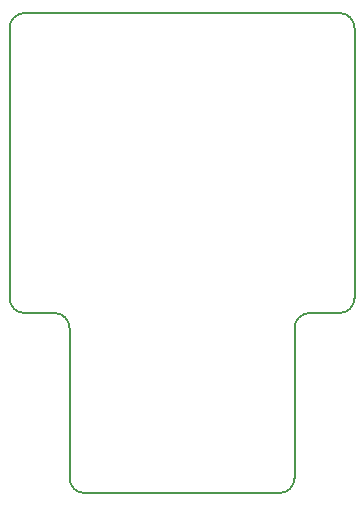
<source format=gko>
%TF.GenerationSoftware,KiCad,Pcbnew,4.0.5-e0-6337~49~ubuntu16.04.1*%
%TF.CreationDate,2017-05-08T19:40:56-07:00*%
%TF.ProjectId,LDR-Board,4C44522D426F6172642E6B696361645F,v1.2*%
%TF.FileFunction,Profile,NP*%
%FSLAX46Y46*%
G04 Gerber Fmt 4.6, Leading zero omitted, Abs format (unit mm)*
G04 Created by KiCad (PCBNEW 4.0.5-e0-6337~49~ubuntu16.04.1) date Mon May  8 19:40:56 2017*
%MOMM*%
%LPD*%
G01*
G04 APERTURE LIST*
%ADD10C,0.350000*%
%ADD11C,0.150000*%
G04 APERTURE END LIST*
D10*
D11*
X5969000Y-51816000D02*
G75*
G03X4699000Y-53086000I0J-1270000D01*
G01*
X4699000Y-75946000D02*
G75*
G03X5969000Y-77216000I1270000J0D01*
G01*
X5969000Y-77216000D02*
X8509000Y-77216000D01*
X9779000Y-91186000D02*
G75*
G03X11049000Y-92456000I1270000J0D01*
G01*
X30099000Y-77216000D02*
G75*
G03X28829000Y-78486000I0J-1270000D01*
G01*
X9779000Y-78486000D02*
G75*
G03X8509000Y-77216000I-1270000J0D01*
G01*
X27559000Y-92456000D02*
G75*
G03X28829000Y-91186000I0J1270000D01*
G01*
X32639000Y-77216000D02*
G75*
G03X33909000Y-75946000I0J1270000D01*
G01*
X33909000Y-53086000D02*
G75*
G03X32639000Y-51816000I-1270000J0D01*
G01*
X32639000Y-77216000D02*
X30099000Y-77216000D01*
X33909000Y-53086000D02*
X33909000Y-75946000D01*
X4699000Y-53086000D02*
X4699000Y-75946000D01*
X32639000Y-51816000D02*
X5969000Y-51816000D01*
X28829000Y-91186000D02*
X28829000Y-78486000D01*
X11049000Y-92456000D02*
X27559000Y-92456000D01*
X9779000Y-78486000D02*
X9779000Y-91186000D01*
M02*

</source>
